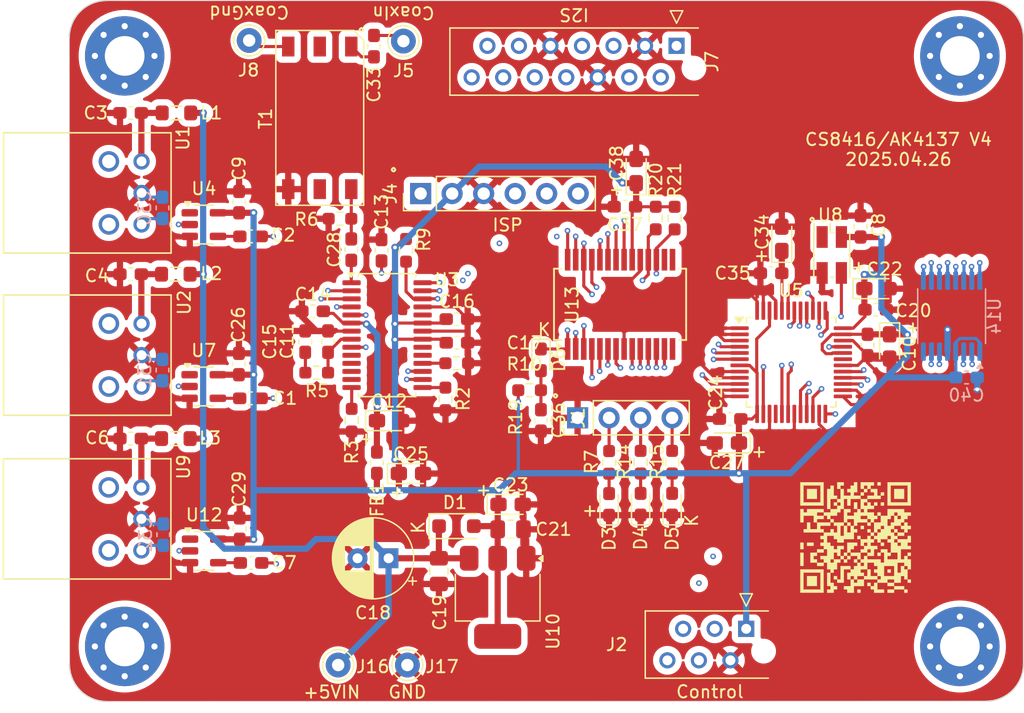
<source format=kicad_pcb>
(kicad_pcb (version 20241229) (generator "pcbnew") (generator_version "9.0")
  (layers (0 "F.Cu" mixed) (4 "In1.Cu" signal) (6 "In2.Cu" signal) (2 "B.Cu" mixed) (13 "F.Paste" user) (15 "B.Paste" user) (5 "F.SilkS" user "F.Silkscreen") (7 "B.SilkS" user "B.Silkscreen") (1 "F.Mask" user) (3 "B.Mask" user) (25 "Edge.Cuts" user))
  (net 0 "")
  (net 1 "Net-(U3-RXP1)")
  (net 2 "GND")
  (net 3 "SCL")
  (net 4 "SDA")
  (net 5 "Net-(U3-RXP0)")
  (net 6 "RESET")
  (net 7 "Net-(U1-VCC)")
  (net 8 "BCKA")
  (net 9 "LRCKA")
  (net 10 "SDOUTA")
  (net 11 "Net-(U5B-DV18)")
  (net 12 "Net-(U2-VCC)")
  (net 13 "Net-(U9-VCC)")
  (net 14 "Net-(U3-RXP2)")
  (net 15 "+5V")
  (net 16 "Net-(U3-FILT)")
  (net 17 "MCLKA")
  (net 18 "Net-(U3-VA)")
  (net 19 "Net-(U3-RXN)")
  (net 20 "Net-(C28-Pad1)")
  (net 21 "Net-(U3-RXP3)")
  (net 22 "Net-(C33-Pad2)")
  (net 23 "Net-(U1-VOUT)")
  (net 24 "Net-(C1-Pad1)")
  (net 25 "Net-(C2-Pad2)")
  (net 26 "Net-(C7-Pad1)")
  (net 27 "Net-(U2-VOUT)")
  (net 28 "Net-(U9-VOUT)")
  (net 29 "Net-(C15-Pad2)")
  (net 30 "Net-(J5-Pin_1)")
  (net 31 "Net-(D6-A)")
  (net 32 "+3.3V")
  (net 33 "Net-(D6-K)")
  (net 34 "Net-(D4-A)")
  (net 35 "Net-(D5-A)")
  (net 36 "RC0{slash}CHA")
  (net 37 "RC1{slash}CHB")
  (net 38 "RC2{slash}SW")
  (net 40 "ICSPDAT")
  (net 41 "ICSPCLK")
  (net 43 "Net-(J8-Pin_1)")
  (net 44 "Net-(U3-AD1{slash}CDIN{slash}~{AUDIO})")
  (net 45 "Net-(U3-AD0{slash}~{CS}{slash}NV{slash}RERR)")
  (net 46 "Net-(U3-SDOUT)")
  (net 47 "Net-(U3-U{slash}AD2{slash}GPO2)")
  (net 48 "Net-(U5A-TDMI{slash}OMCLK{slash}XTI)")
  (net 56 "Net-(U3-OSCLK)")
  (net 57 "Net-(U3-OLRCK)")
  (net 59 "DITHER")
  (net 61 "CM0")
  (net 62 "CM1")
  (net 63 "CM2")
  (net 64 "ODIF1")
  (net 65 "ODIF0")
  (net 66 "CM3")
  (net 69 "OBIT0")
  (net 70 "OBIT1")
  (net 71 "SRCEN")
  (net 72 "Net-(D3-A)")
  (net 75 "Net-(J1-Pin_2)")
  (net 76 "Net-(J1-Pin_3)")
  (net 77 "Net-(J1-Pin_4)")
  (net 81 "/BCLK+")
  (net 82 "/MCLK-")
  (net 83 "/MCLK+")
  (net 84 "/LRCLK+")
  (net 85 "/DATAIN-")
  (net 86 "/BCLK-")
  (net 87 "/DATAIN+")
  (net 88 "/LRCLK-")
  (footprint "Capacitor_SMD:C_0603_1608Metric_Pad1.08x0.95mm_HandSolder" (layer "F.Cu") (at 114.1487 66.1924)
    (property "Reference" "C3")
    (property "Value" "1uF")
  )
  (footprint "Capacitor_SMD:C_0603_1608Metric_Pad1.08x0.95mm_HandSolder" (layer "F.Cu") (at 114.1465 79.1972)
    (property "Reference" "C4")
    (property "Value" "1uF")
  )
  (footprint "kicad-snk:PLR135-T10_PLT133-T10W" (layer "F.Cu") (at 112.395 85.725 90)
    (property "Reference" "U2")
    (property "Value" "PLR237/T10BK")
  )
  (footprint "MountingHole:MountingHole_3.2mm_M3_Pad_Via" (layer "F.Cu") (at 113.665 61.595)
    (property "Reference" "H1" (hide yes))
    (property "Value" "MountingHole")
  )
  (footprint "Capacitor_Tantalum_SMD:CP_EIA-2012-12_Kemet-R_HandSolder" (layer "F.Cu") (at 134.9756 91.012)
    (property "Reference" "C12")
    (property "Value" "10uF")
  )
  (footprint "Oscillator:Oscillator_SMD_EuroQuartz_XO32-4Pin_3.2x2.5mm_HandSoldering" (layer "F.Cu") (at 170.6502 77.6456 -90)
    (property "Reference" "U8")
    (property "Value" "24.576/49.152MHz")
  )
  (footprint "Capacitor_SMD:C_0603_1608Metric_Pad1.08x0.95mm_HandSolder" (layer "F.Cu") (at 172.974 75.3375 90)
    (property "Reference" "C8")
    (property "Value" "1uF")
  )
  (footprint "Capacitor_THT:CP_Radial_D6.3mm_P2.50mm" (layer "F.Cu") (at 134.9327 102.108 180)
    (property "Reference" "C18")
    (property "Value" "220uF/10V")
  )
  (footprint "Capacitor_SMD:C_0805_2012Metric_Pad1.18x1.45mm_HandSolder" (layer "F.Cu") (at 138.9888 103.1447 -90)
    (property "Reference" "C19")
    (property "Value" "10uF")
  )
  (footprint "Connector_Pin:Pin_D1.0mm_L10.0mm" (layer "F.Cu") (at 130.869685 110.7186)
    (property "Reference" "J16")
    (property "Value" "+5VIN")
  )
  (footprint "Capacitor_SMD:C_0805_2012Metric_Pad1.18x1.45mm_HandSolder" (layer "F.Cu") (at 144.7638 99.7712)
    (property "Reference" "C21")
    (property "Value" "1uF")
  )
  (footprint "Capacitor_Tantalum_SMD:CP_EIA-2012-12_Kemet-R_HandSolder" (layer "F.Cu") (at 144.7677 97.7646)
    (property "Reference" "C23")
    (property "Value" "10uF")
  )
  (footprint "Capacitor_SMD:C_0603_1608Metric_Pad1.08x0.95mm_HandSolder" (layer "F.Cu") (at 123.8112 76.1492 180)
    (property "Reference" "C2")
    (property "Value" "10nF")
  )
  (footprint "kicad-snk:PLR135-T10_PLT133-T10W" (layer "F.Cu") (at 112.395 72.644 90)
    (property "Reference" "U1")
    (property "Value" "PLR237/T10BK")
  )
  (footprint "MountingHole:MountingHole_3.2mm_M3_Pad_Via" (layer "F.Cu") (at 180.975 109.22)
    (property "Reference" "H3" (hide yes))
    (property "Value" "MountingHole")
  )
  (footprint "MountingHole:MountingHole_3.2mm_M3_Pad_Via" (layer "F.Cu") (at 180.975 61.595)
    (property "Reference" "H2" (hide yes))
    (property "Value" "MountingHole")
  )
  (footprint "Capacitor_SMD:C_0603_1608Metric_Pad1.08x0.95mm_HandSolder" (layer "F.Cu") (at 128.811493 82.1855 180)
    (property "Reference" "C14")
    (property "Value" "1uF")
  )
  (footprint "Capacitor_SMD:C_0603_1608Metric_Pad1.08x0.95mm_HandSolder" (layer "F.Cu") (at 122.8852 73.3817 90)
    (property "Reference" "C9")
    (property "Value" "1uF")
  )
  (footprint "Capacitor_SMD:C_0603_1608Metric_Pad1.08x0.95mm_HandSolder" (layer "F.Cu") (at 122.8725 86.4423 90)
    (property "Reference" "C26")
    (property "Value" "1uF")
  )
  (footprint "LED_SMD:LED_0603_1608Metric_Pad1.05x0.95mm_HandSolder" (layer "F.Cu") (at 155.2448 97.7506 90)
    (property "Reference" "D4")
    (property "Value" "LED")
  )
  (footprint "LED_SMD:LED_0603_1608Metric_Pad1.05x0.95mm_HandSolder" (layer "F.Cu") (at 157.7848 97.7506 90)
    (property "Reference" "D5")
    (property "Value" "LED")
  )
  (footprint "Resistor_SMD:R_0603_1608Metric_Pad0.98x0.95mm_HandSolder" (layer "F.Cu") (at 155.2448 94.3591 -90)
    (property "Reference" "R14")
    (property "Value" "330R")
  )
  (footprint "Resistor_SMD:R_0603_1608Metric_Pad0.98x0.95mm_HandSolder" (layer "F.Cu") (at 157.7848 94.3591 -90)
    (property "Reference" "R15")
    (property "Value" "330R")
  )
  (footprint "Capacitor_SMD:C_0603_1608Metric_Pad1.08x0.95mm_HandSolder" (layer "F.Cu") (at 133.991993 94.404 -90)
    (property "Reference" "FB1")
    (property "Value" "1 kOhms@100 MHz")
  )
  (footprint "Inductor_SMD:L_0805_2012Metric_Pad1.05x1.20mm_HandSolder" (layer "F.Cu") (at 117.8376 66.1924)
    (property "Reference" "L1")
    (property "Value" "47uH")
  )
  (footprint "Inductor_SMD:L_0805_2012Metric_Pad1.05x1.20mm_HandSolder" (layer "F.Cu") (at 117.7868 79.1972)
    (property "Reference" "L2")
    (property "Value" "47uH")
  )
  (footprint "Package_TO_SOT_SMD:SOT-223-3_TabPin2" (layer "F.Cu") (at 143.7263 105.2572 -90)
    (property "Reference" "U10")
    (property "Value" "TLV1117-33")
  )
  (footprint "Capacitor_SMD:C_0603_1608Metric_Pad1.08x0.95mm_HandSolder" (layer "F.Cu") (at 131.9276 77.216 -90)
    (property "Reference" "C28")
    (property "Value" "10nF")
  )
  (footprint "Connector_Pin:Pin_D1.0mm_L10.0mm" (layer "F.Cu") (at 136.127327 60.4012)
    (property "Reference" "J5")
    (property "Value" "COAXIN")
  )
  (footprint "Connector_Pin:Pin_D1.0mm_L10.0mm" (layer "F.Cu") (at 123.698 60.3504)
    (property "Reference" "J8")
    (property "Value" "COAXGND")
  )
  (footprint "Resistor_SMD:R_0603_1608Metric_Pad0.98x0.95mm_HandSolder" (layer "F.Cu") (at 131.0151 74.7257)
    (property "Reference" "R6")
    (property "Value" "75R")
  )
  (footprint "Capacitor_SMD:C_0603_1608Metric_Pad1.08x0.95mm_HandSolder" (layer "F.Cu") (at 114.1465 92.456)
    (property "Reference" "C6")
    (property "Value" "1uF")
  )
  (footprint "Capacitor_SMD:C_0603_1608Metric_Pad1.08x0.95mm_HandSolder" (layer "F.Cu") (at 122.936 99.715099 90)
    (property "Reference" "C29")
    (property "Value" "1uF")
  )
  (footprint "Inductor_SMD:L_0805_2012Metric_Pad1.05x1.20mm_HandSolder" (layer "F.Cu") (at 117.7868 92.456)
    (property "Reference" "L3")
    (property "Value" "47uH")
  )
  (footprint "kicad-snk:PLR135-T10_PLT133-T10W" (layer "F.Cu") (at 112.3812 98.933 90)
    (property "Reference" "U9")
    (property "Value" "PLR237/T10BK")
  )
  (footprint "Connector_Pin:Pin_D1.0mm_L10.0mm" (layer "F.Cu") (at 136.450352 110.7186)
    (property "Reference" "J17")
    (property "Value" "GND")
  )
  (footprint "MountingHole:MountingHole_3.2mm_M3_Pad_Via" (layer "F.Cu") (at 113.665 109.22)
    (property "Reference" "H4" (hide yes))
    (property "Value" "MountingHole")
  )
  (footprint "kicad-snk:DA100J" (layer "F.Cu") (at 129.3876 66.5892 180)
    (property "Reference" "T1")
    (property "Value" "Murata_DA103")
  )
  (footprint "Capacitor_SMD:C_0603_1608Metric_Pad1.08x0.95mm_HandSolder" (layer "F.Cu") (at 133.7564 60.8065 -90)
    (property "Reference" "C33")
    (property "Value" "100nF")
  )
  (footprint "Capacitor_SMD:C_0603_1608Metric_Pad1.08x0.95mm_HandSolder" (layer "F.Cu") (at 123.7985 89.2098)
    (property "Reference" "C1")
    (property "Value" "10nF")
  )
  (footprint "Capacitor_SMD:C_0603_1608Metric_Pad1.08x0.95mm_HandSolder" (layer "F.Cu") (at 123.8493 102.482599)
    (property "Reference" "C7")
    (property "Value" "10nF")
  )
  (footprint "Capacitor_SMD:C_0603_1608Metric_Pad1.08x0.95mm_HandSolder" (layer "F.Cu") (at 130.054993 84.6355 -90)
    (property "Reference" "C11")
    (property "Value" "1nF/COG")
  )
  (footprint "Capacitor_SMD:C_0603_1608Metric_Pad1.08x0.95mm_HandSolder" (layer "F.Cu") (at 134.366 77.2679 90)
    (property "Reference" "C13")
    (property "Value" "10nF")
  )
  (footprint "Capacitor_SMD:C_0603_1608Metric_Pad1.08x0.95mm_HandSolder" (layer "F.Cu") (at 128.213493 84.6355 -90)
    (property "Reference" "C15")
    (property "Value" "22nF")
  )
  (footprint "Capacitor_SMD:C_0603_1608Metric_Pad1.08x0.95mm_HandSolder" (layer "F.Cu") (at 140.442493 82.8205)
    (property "Reference" "C16")
    (property "Value" "1uF")
  )
  (footprint "Capacitor_SMD:C_0603_1608Metric_Pad1.08x0.95mm_HandSolder" (layer "F.Cu") (at 140.442493 84.7255)
    (property "Reference" "C17")
    (property "Value" "1uF")
  )
  (footprint "Capacitor_Tantalum_SMD:CP_EIA-2012-12_Kemet-R_HandSolder" (layer "F.Cu") (at 136.738 95.2754)
    (property "Reference" "C25")
    (property "Value" "10uF")
  )
  (footprint "Resistor_SMD:R_0603_1608Metric_Pad0.98x0.95mm_HandSolder" (layer "F.Cu") (at 139.516493 89.2575 -90)
    (property "Reference" "R2")
    (property "Value" "47k")
  )
  (footprint "Resistor_SMD:R_0603_1608Metric_Pad0.98x0.95mm_HandSolder" (layer "F.Cu") (at 131.959993 90.972 -90)
    (property "Reference" "R3")
    (property "Value" "47k")
  )
  (footprint "Resistor_SMD:R_0603_1608Metric_Pad0.98x0.95mm_HandSolder" (layer "F.Cu") (at 129.142493 87.1385)
    (property "Reference" "R5")
    (property "Value" "3k")
  )
  (footprint "Resistor_SMD:R_0603_1608Metric_Pad0.98x0.95mm_HandSolder" (layer "F.Cu") (at 136.341493 77.2725 90)
    (property "Reference" "R9")
    (property "Value" "47k")
  )
  (footprint "Resistor_SMD:R_0603_1608Metric_Pad0.98x0.95mm_HandSolder" (layer "F.Cu") (at 140.428993 86.3765 180)
    (property "Reference" "R10")
    (property "Value" "47k")
  )
  (footprint "Package_SO:TSSOP-28_4.4x9.7mm_P0.65mm" (layer "F.Cu") (at 134.812493 84.113)
    (property "Reference" "U3")
    (property "Value" "CS8416-xZZ")
  )
  (footprint "Package_TO_SOT_SMD:SOT-23-5" (layer "F.Cu") (at 120.0482 75.1967)
    (property "Reference" "U4")
    (property "Value" "74LVC1G17")
  )
  (footprint "Package_TO_SOT_SMD:SOT-23-5" (layer "F.Cu") (at 120.0355 88.2548)
    (property "Reference" "U7")
    (property "Value" "74LVC1G17")
  )
  (footprint "Package_TO_SOT_SMD:SOT-23-5" (layer "F.Cu") (at 120.071701 101.5136)
    (property "Reference" "U12")
    (property "Value" "74LVC1G17")
  )
  (footprint "Resistor_SMD:R_0603_1608Metric_Pad0.98x0.95mm_HandSolder" (layer "F.Cu") (at 157.988 74.6741 -90)
    (property "Reference" "R21")
    (property "Value" "1k3")
  )
  (footprint "Resistor_SMD:R_0603_1608Metric_Pad0.98x0.95mm_HandSolder" (layer "F.Cu") (at 152.7048 94.3731 -90)
    (property "Reference" "R7")
    (property "Value" "330R")
  )
  (footprint "Capacitor_SMD:C_0603_1608Metric_Pad1.08x0.95mm_HandSolder" (layer "F.Cu") (at 173.5328 84.9063 90)
    (property "Reference" "C5" (hide yes))
    (property "Value" "1uF")
  )
  (footprint "LOGO" (layer "F.Cu") (at 172.5676 100.4316)
    (property "Reference" "G***" (hide yes))
    (property "Value" "LOGO" (hide yes))
  )
  (footprint "Diode_SMD:D_0603_1608Metric_Pad1.05x0.95mm_HandSolder" (layer "F.Cu") (at 147.211407 86.1035 -90)
    (property "Reference" "D6")
    (property "Value" "TS4148RCG")
  )
  (footprint "Capacitor_SMD:C_0603_1608Metric_Pad1.08x0.95mm_HandSolder" (layer "F.Cu") (at 162.4584 90.8764)
    (property "Reference" "C24")
    (property "Value" "1uF")
  )
  (footprint "Connector_PinHeader_2.54mm:PinHeader_1x06_P2.54mm_Vertical" (layer "F.Cu") (at 137.5156 72.6948 90)
    (property "Reference" "J4")
    (property "Value" "ISP")
  )
  (footprint "LED_SMD:LED_0603_1608Metric_Pad1.05x0.95mm_HandSolder" (layer "F.Cu") (at 152.7048 97.7646 90)
    (property "Reference" "D3")
    (property "Value" "LED")
  )
  (footprint "Package_SO:SSOP-28_5.3x10.2mm_P0.65mm" (layer "F.Cu") (at 153.5898 81.6288 90)
    (property "Reference" "U13")
    (property "Value" "PIC16F18056-I/SS")
  )
  (footprint "Capacitor_Tantalum_SMD:CP_EIA-2012-12_Kemet-R_HandSolder" (layer "F.Cu") (at 154.8892 70.8816 90)
    (property "Reference" "C38")
    (property "Value" "10uF")
  )
  (footprint "Capacitor_SMD:C_0603_1608Metric_Pad1.08x0.95mm_HandSolder" (layer "F.Cu") (at 174.1921 82.0626 180)
    (property "Reference" "C20")
    (property "Value" "1uF")
  )
  (footprint "Capacitor_SMD:C_0603_1608Metric_Pad1.08x0.95mm_HandSolder" (layer "F.Cu") (at 153.9759 73.7578 180)
    (property "Reference" "C37")
    (property "Value" "1uF")
  )
  (footprint "Connector_TE-Connectivity:TE_Micro-MaTch_215079-6_2x03_P1.27mm_Vertical" (layer "F.Cu") (at 163.7538 107.7976 -90)
    (property "Reference" "J2")
    (property "Value" "TE MicroMatch")
  )
  (footprint "Resistor_SMD:R_0603_1608Metric_Pad0.98x0.95mm_HandSolder" (layer "F.Cu") (at 146.298907 88.5533)
    (property "Reference" "R19")
    (property "Value" "4.7k")
  )
  (footprint "Diode_SMD:D_SOD-123F" (layer "F.Cu") (at 140.4019 99.5172)
    (property "Reference" "D1")
    (property "Value" "SM4002PL-TP")
  )
  (footprint "Resistor_SMD:R_0603_1608Metric_Pad0.98x0.95mm_HandSolder" (layer "F.Cu") (at 156.464 74.6703 -90)
    (property "Reference" "R20")
    (property "Value" "1k3")
  )
  (footprint "Connector_TE-Connectivity:TE_Micro-MaTch_1-215079-4_2x07_P1.27mm_Vertical" (layer "F.Cu") (at 158.1404 60.7822 -90)
    (property "Reference" "J7")
    (property "Value" "Conn_01x15")
  )
  (footprint "Capacitor_Tantalum_SMD:CP_EIA-2012-12_Kemet-R_HandSolder" (layer "F.Cu") (at 174.2538 80.3656)
    (property "Reference" "C22")
    (property "Value" "10uF")
  )
  (footprint "Connector_PinHeader_2.54mm:PinHeader_1x04_P2.54mm_Vertical" (layer "F.Cu") (at 150.1648 90.7796 90)
    (property "Reference" "J1")
    (property "Value" "Debug1")
  )
  (footprint "Capacitor_SMD:C_0603_1608Metric_Pad1.08x0.95mm_HandSolder" (layer "F.Cu") (at 147.211407 90.9906 -90)
    (property "Reference" "C36")
    (property "Value" "10nF")
  )
  (footprint "Capacitor_Tantalum_SMD:CP_EIA-2012-12_Kemet-R_HandSolder" (layer "F.Cu") (at 162.1946 92.8068 180)
    (property "Reference" "C27")
    (property "Value" "10uF")
  )
  (footprint "Capacitor_Tantalum_SMD:CP_EIA-2012-12_Kemet-R_HandSolder" (layer "F.Cu") (at 175.3108 85.0236 -90)
    (property "Reference" "C10")
    (property "Value" "10uF")
  )
  (footprint "Capacitor_SMD:C_0603_1608Metric_Pad1.08x0.95mm_HandSolder" (layer "F.Cu") (at 165.7604 79.121)
    (property "Reference" "C35")
    (property "Value" "1uF")
  )
  (footprint "Package_QFP:LQFP-48_7x7mm_P0.5mm" (layer "F.Cu") (at 167.3829 86.3018)
    (property "Reference" "U5")
    (property "Value" "AK4137")
  )
  (footprint "Capacitor_Tantalum_SMD:CP_EIA-2012-12_Kemet-R_HandSolder" (layer "F.Cu") (at 166.6229 76.3426 90)
    (property "Reference" "C34")
    (property "Value" "10uF")
  )
  (footprint "Capacitor_SMD:C_0603_1608Metric_Pad1.08x0.95mm_HandSolder" (layer "B.Cu") (at 116.713 73.8505 -90)
    (property "Reference" "C30")
    (property "Value" "30pF")
  )
  (footprint "Capacitor_SMD:C_0603_1608Metric_Pad1.08x0.95mm_HandSolder" (layer "B.Cu") (at 116.713 86.9315 -90)
    (property "Reference" "C31")
    (property "Value" "30pF")
  )
  (footprint "Capacitor_SMD:C_0603_1608Metric_Pad1.08x0.95mm_HandSolder" (layer "B.Cu") (at 116.7765 100.203 -90)
    (property "Reference" "C32")
    (property "Value" "30pF")
  )
  (footprint "Capacitor_SMD:C_0603_1608Metric_Pad1.08x0.95mm_HandSolder" (layer "B.Cu") (at 181.5095 87.5284)
    (property "Reference" "C40")
    (property "Value" "1uF")
  )
  (footprint "Package_SO:TSSOP-16_4.4x5mm_P0.65mm" (layer "B.Cu") (at 180.3094 82.5831 90)
    (property "Reference" "U14")
    (property "Value" "FIN1047")
  )
  (gr_line (start 109.22 110.65467) (end 109.204926 60.134926) (stroke (width 0.05)) (layer "Edge.Cuts"))
  (gr_line (start 112.204926 57.134926) (end 183.09548 57.13492) (stroke (width 0.05)) (layer "Edge.Cuts"))
  (gr_arc (start 109.204926 60.134926) (mid 110.0836 58.0136) (end 112.204926 57.134926) (stroke (width 0.1)) (layer "Edge.Cuts"))
  (gr_arc (start 183.09548 57.13492) (mid 185.216806 58.013594) (end 186.09548 60.13492) (stroke (width 0.1)) (layer "Edge.Cuts"))
  (gr_line (start 186.09548 60.13492) (end 186.09547 110.629274) (stroke (width 0.05)) (layer "Edge.Cuts"))
  (gr_arc (start 186.09547 110.629274) (mid 185.216796 112.7506) (end 183.09547 113.629274) (stroke (width 0.1)) (layer "Edge.Cuts"))
  (gr_arc (start 112.22 113.65467) (mid 110.098674 112.775996) (end 109.22 110.65467) (stroke (width 0.1)) (layer "Edge.Cuts"))
  (gr_line (start 183.09547 113.629274) (end 112.22 113.65467) (stroke (width 0.05)) (layer "Edge.Cuts"))
  (gr_text "Control" (at 160.8328 112.8776 0) (layer "F.SilkS") (effects (font (size 1 1))))
  (gr_text "CoaxGnd" (at 123.698 58.0644 180) (layer "F.SilkS") (effects (font (size 1 1))))
  (gr_text "°" (at 148.3868 89.408 0) (layer "F.SilkS") (effects (font (size 1 1))))
  (gr_text "+" (at 151.1554 98.2218 0) (layer "F.SilkS") (effects (font (size 1 1))))
  (gr_text "GND" (at 136.4488 112.903 0) (layer "F.SilkS") (effects (font (size 1 1))))
  (gr_text "+" (at 153.3144 72.3392 0) (layer "F.SilkS") (effects (font (size 1 1))))
  (gr_text "+" (at 164.7952 93.472 0) (layer "F.SilkS") (effects (font (size 1 1))))
  (gr_text "+5VIN" (at 130.3528 112.903 0) (layer "F.SilkS") (effects (font (size 1 1))))
  (gr_text "CS8416/AK4137 V4\n2025.04.26" (at 176.022 69.1388 0) (layer "F.SilkS") (effects (font (size 1 1))))
  (gr_text "I2S" (at 149.8854 58.2676 180) (layer "F.SilkS") (effects (font (size 1 1))))
  (gr_text "+" (at 177.1904 83.4644 0) (layer "F.SilkS") (effects (font (size 1 1))))
  (gr_text "+" (at 135.636 96.7232 0) (layer "F.SilkS") (effects (font (size 1 1))))
  (gr_text "°" (at 132.7404 59.8932 0) (layer "F.SilkS") (effects (font (size 1 1))))
  (gr_text "K" (at 137.3124 99.6188 90) (layer "F.SilkS") (effects (font (size 1 1))))
  (gr_text "+" (at 172.8216 78.5876 0) (layer "F.SilkS") (effects (font (size 1 1))))
  (gr_text "K" (at 147.4724 83.6676 0) (layer "F.SilkS") (effects (font (size 1 1))))
  (gr_text "+" (at 133.1214 92.4306 0) (layer "F.SilkS") (effects (font (size 1 1))))
  (gr_text "+" (at 164.9984 77.6732 0) (layer "F.SilkS") (effects (font (size 1 1))))
  (gr_text "+" (at 142.5956 96.5708 0) (layer "F.SilkS") (effects (font (size 1 1))))
  (gr_text "ISP" (at 144.526 75.2348 0) (layer "F.SilkS") (effects (font (size 1 1))))
  (gr_text "°" (at 135.3312 71.1708 0) (layer "F.SilkS") (effects (font (size 1 1))))
  (gr_text "K" (at 159.3596 99.06 90) (layer "F.SilkS") (effects (font (size 1 1))))
  (gr_text "CoaxIn" (at 136.127327 58.1152 180) (layer "F.SilkS") (effects (font (size 1 1))))
  (gr_text "°" (at 169.0624 75.184 0) (layer "F.SilkS") (effects (font (size 1 1))))
  (segment (start 131.949993 81.188) (end 129.5081 81.188) (width 0.25) (layer "F.Cu") (net 1))
  (segment (start 125.6234 89.2098) (end 125.6284 89.2048) (width 0.25) (layer "F.Cu") (net 1))
  (segment (start 129.5081 81.188) (end 129.4985 81.1784) (width 0.25) (layer "F.Cu") (net 1))
  (segment (start 124.661 89.2098) (end 125.6234 89.2098) (width 0.25) (layer "F.Cu") (net 1))
  (via (at 125.6284 89.2048) (size 0.45) (drill 0.225) (layers "F.Cu" "B.Cu") (net 1))
  (via (at 129.4985 81.1784) (size 0.45) (drill 0.225) (layers "F.Cu" "B.Cu") (net 1))
  (segment (start 141.304993 83.826) (end 141.304993 84.7255) (width 0.25) (layer "F.Cu") (net 2))
  (segment (start 171.5454 84.5518) (end 172.348586 84.5518) (width 0.25) (layer "F.Cu") (net 2))
  (segment (start 167.1329 82.1393) (end 167.1329 80.7965) (width 0.25) (layer "F.Cu") (net 2))
  (segment (start 163.2204 83.5518) (end 161.4076 83.5518) (width 0.25) (layer "F.Cu") (net 2))
  (segment (start 128.213493 83.773) (end 130.054993 83.773) (width 0.5) (layer "F.Cu") (net 2))
  (segment (start 163.2204 84.5518) (end 161.9932 84.5518) (width 0.25) (layer "F.Cu") (net 2))
  (segment (start 155.2148 78.0288) (end 155.2148 78.93842) (width 0.25) (layer "F.Cu") (net 2))
  (segment (start 159.680218 86.0044) (end 159.6136 86.0044) (width 0.25) (layer "F.Cu") (net 2))
  (segment (start 159.748509 86.072691) (end 159.680218 86.0044) (width 0.25) (layer "F.Cu") (net 2))
  (segment (start 172.2064 89.7128) (end 173.482 89.7128) (width 0.25) (layer "F.Cu") (net 2))
  (segment (start 177.4492 82.0626) (end 177.4698 82.042) (width 0.5) (layer "F.Cu") (net 2))
  (segment (start 141.304993 82.8205) (end 141.304993 83.826) (width 0.25) (layer "F.Cu") (net 2))
  (segment (start 137.674993 81.838) (end 140.322493 81.838) (width 0.25) (layer "F.Cu") (net 2))
  (segment (start 165.235864 80.437) (end 165.1 80.437) (width 0.25) (layer "F.Cu") (net 2))
  (segment (start 171.5454 89.0518) (end 172.2064 89.7128) (width 0.25) (layer "F.Cu") (net 2))
  (segment (start 165.1 80.437) (end 165.1329 80.4699) (width 0.25) (layer "F.Cu") (net 2))
  (segment (start 173.5328 86.3346) (end 175.0568 87.8586) (width 0.25) (layer "F.Cu") (net 2))
  (segment (start 130.069993 83.788) (end 130.054993 83.773) (width 0.25) (layer "F.Cu") (net 2))
  (segment (start 163.2204 88.5518) (end 161.2826 88.5518) (width 0.25) (layer "F.Cu") (net 2))
  (segment (start 175.0546 82.0626) (end 177.4492 82.0626) (width 0.5) (layer "F.Cu") (net 2))
  (segment (start 167.6329 93.2109) (end 168.402 93.98) (width 0.25) (layer "F.Cu") (net 2))
  (segment (start 141.266993 83.788) (end 141.304993 83.826) (width 0.25) (layer "F.Cu") (net 2))
  (segment (start 161.227618 87.5518) (end 159.748509 86.072691) (width 0.25) (layer "F.Cu") (net 2))
  (segment (start 137.674993 83.788) (end 141.266993 83.788) (width 0.25) (layer "F.Cu") (net 2))
  (segment (start 163.2204 87.5518) (end 161.227618 87.5518) (width 0.25) (layer "F.Cu") (net 2))
  (segment (start 171.5454 88.5518) (end 172.6258 88.5518) (width 0.25) (layer "F.Cu") (net 2))
  (segment (start 163.2204 87.0518) (end 160.727618 87.0518) (width 0.25) (layer "F.Cu") (net 2))
  (segment (start 175.3108 85.9986) (end 173.7626 85.9986) (width 0.5) (layer "F.Cu") (net 2))
  (segment (start 160.7826 89.0518) (end 163.2204 89.0518) (width 0.25) (layer "F.Cu") (net 2))
  (segment (start 131.949993 83.788) (end 130.069993 83.788) (width 0.25) (layer "F.Cu") (net 2))
  (segment (start 165.6329 90.4643) (end 165.6329 94.0049) (width 0.25) (layer "F.Cu") (net 2))
  (segment (start 161.3488 84.0518) (end 161.3408 84.0438) (width 0.25) (layer "F.Cu") (net 2))
  (segment (start 160.727618 87.0518) (end 159.748509 86.072691) (width 0.25) (layer "F.Cu") (net 2))
  (segment (start 173.7626 85.9986) (end 173.5328 85.7688) (width 0.5) (layer "F.Cu") (net 2))
  (segment (start 163.2204 84.0518) (end 161.4932 84.0518) (width 0.25) (layer "F.Cu") (net 2))
  (segment (start 161.4932 84.0518) (end 161.3488 84.0518) (width 0.25) (layer "F.Cu") (net 2))
  (segment (start 167.1329 80.7965) (end 168.7068 79.2226) (width 0.25) (layer "F.Cu") (net 2))
  (segment (start 172.348586 84.5518) (end 173.5328 85.736014) (width 0.25) (layer "F.Cu") (net 2))
  (segment (start 153.9148 83.506) (end 153.0096 82.6008) (width 0.25) (layer "F.Cu") (net 2))
  (segment (start 171.5454 86.5518) (end 172.7498 86.5518) (width 0.25) (layer "F.Cu") (net 2))
  (segment (start 127.948993 82.6195) (end 129.102493 83.773) (width 0.5) (layer "F.Cu") (net 2))
  (segment (start 166.1329 82.1393) (end 166.1329 81.334036) (width 0.25) (layer "F.Cu") (net 2))
  (segment (start 173.5328 85.7688) (end 173.5328 86.3346) (width 0.25) (layer "F.Cu") (net 2))
  (segment (start 153.9148 85.2288) (end 153.9148 83.506) (width 0.25) (layer "F.Cu") (net 2))
  (segment (start 155.2148 78.93842) (end 153.53362 80.6196) (width 0.25) (layer "F.Cu") (net 2))
  (segment (start 167.6329 90.4643) (end 167.6329 93.2109) (width 0.25) (layer "F.Cu") (net 2))
  (segment (start 164.6329 81.3717) (end 163.4998 80.2386) (width 0.25) (layer "F.Cu") (net 2))
  (segment (start 165.1329 80.4699) (end 165.1329 82.1393) (width 0.25) (layer "F.Cu") (net 2))
  (segment (start 169.6329 91.2993) (end 170.5864 92.2528) (width 0.25) (layer "F.Cu") (net 2))
  (segment (start 127.948993 82.1855) (end 127.948993 82.6195) (width 0.5) (layer "F.Cu") (net 2))
  (segment (start 161.9932 84.5518) (end 161.4932 84.0518) (width 0.25) (layer "F.Cu") (net 2))
  (segment (start 172.6258 88.5518) (end 173.99 89.916) (width 0.25) (layer "F.Cu") (net 2))
  (segment (start 170.5864 92.2528) (end 170.8404 92.2528) (width 0.25) (layer "F.Cu") (net 2))
  (segment (start 172.7498 86.5518) (end 173.5328 85.7688) (width 0.25) (layer "F.Cu") (net 2))
  (segment (start 161.2826 88.5518) (end 160.7826 89.0518) (width 0.25) (layer "F.Cu") (net 2))
  (segment (start 166.1329 81.334036) (end 165.235864 80.437) (width 0.25) (layer "F.Cu") (net 2))
  (segment (start 173.5328 85.736014) (end 173.5328 85.7688) (width 0.25) (layer "F.Cu") (net 2))
  (segment (start 140.322493 81.838) (end 141.304993 82.8205) (width 0.25) (layer "F.Cu") (net 2))
  (segment (start 165.6329 94.0049) (end 165.9128 94.2848) (width 0.25) (layer "F.Cu") (net 2))
  (segment (start 164.6329 82.1393) (end 164.6329 81.3717) (width 0.25) (layer "F.Cu") (net 2))
  (segment (start 161.4076 83.5518) (end 161.3408 83.485) (width 0.25) (layer "F.Cu") (net 2))
  (segment (start 169.6329 90.4643) (end 169.6329 91.2993) (width 0.25) (layer "F.Cu") (net 2))
  (segment (start 153.53362 80.6196) (end 153.2128 80.6196) (width 0.25) (layer "F.Cu") (net 2))
  (via (at 182.372 88.4936) (size 0.6) (drill 0.3) (layers "F.Cu" "B.Cu") (net 2))
  (via (at 179.9844 83.6676) (size 0.6) (drill 0.3) (layers "F.Cu" "B.Cu") (net 2))
  (segment (start 182.372 87.5284) (end 182.372 88.4936) (width 0.5) (layer "B.Cu") (net 2))
  (segment (start 116.713 86.069) (end 115.369 86.069) (width 0.25) (layer "B.Cu") (net 2))
  (segment (start 116.713 72.988) (end 115.369 72.988) (width 0.25) (layer "B.Cu") (net 2))
  (segment (start 115.369 72.988) (end 115.025 72.644) (width 0.25) (layer "B.Cu") (net 2))
  (segment (start 115.4187 99.3405) (end 115.0112 98.933) (width 0.25) (layer "B.Cu") (net 2))
  (segment (start 116.7765 99.3405) (end 115.4187 99.3405) (width 0.25) (layer "B.Cu") (net 2))
  (segment (start 179.9844 85.4456) (end 179.9844 83.6676) (width 0.5) (layer "B.Cu") (net 2))
  (segment (start 115.369 86.069) (end 115.025 85.725) (width 0.25) (layer "B.Cu") (net 2))
  (segment (start 156.5148 78.0288) (end 156.5148 77.11918) (width 0.25) (layer "F.Cu") (net 3))
  (segment (start 136.398 87.6808) (end 137.667793 87.6808) (width 0.25) (layer "F.Cu") (net 3))
  (segment (start 157.988 75.64598) (end 157.988 75.5866) (width 0.25) (layer "F.Cu") (net 3))
  (segment (start 156.5148 78.0288) (end 156.5148 79.1464) (width 0.25) (layer "F.Cu") (net 3))
  (segment (start 137.667793 87.6808) (end 137.674993 87.688) (width 0.25) (layer "F.Cu") (net 3))
  (segment (start 167.1329 87.2315) (end 167.386 86.9784) (width 0.25) (layer "F.Cu") (net 3))
  (segment (start 167.386 86.9784) (end 167.386 86.4616) (width 0.25) (layer "F.Cu") (net 3))
  (segment (start 156.5148 77.11918) (end 157.988 75.64598) (width 0.25) (layer "F.Cu") (net 3))
  (segment (start 167.1329 90.4643) (end 167.1329 87.2315) (width 0.25) (layer "F.Cu") (net 3))
  (via (at 141.3256 79.1459) (size 0.45) (drill 0.225) (layers "F.Cu" "B.Cu") (net 3))
  (via (at 167.386 86.4616) (size 0.45) (drill 0.225) (layers "F.Cu" "B.Cu") (net 3))
  (via (at 136.398 87.6808) (size 0.45) (drill 0.225) (layers "F.Cu" "B.Cu") (net 3))
  (via (at 156.5148 79.1464) (size 0.45) (drill 0.225) (layers "F.Cu" "B.Cu") (net 3))
  (segment (start 156.464 75.5828) (end 155.8648 76.182) (width 0.25) (layer "F.Cu") (net 4))
  (segment (start 136.4996 87.0204) (end 137.657393 87.0204) (width 0.25) (layer "F.Cu") (net 4))
  (segment (start 155.8648 78.0288) (end 155.8648 79.2283) (width 0.25) (layer "F.Cu") (net 4))
  (segment (start 155.8648 76.182) (end 155.8648 78.0288) (width 0.25) (layer "F.Cu") (net 4))
  (segment (start 166.6329 86.5721) (end 166.6329 90.4643) (width 0.25) (layer "F.Cu") (net 4))
  (segment (start 155.8648 79.2283) (end 155.3972 79.6959) (width 0.25) (layer "F.Cu") (net 4))
  (segment (start 137.657393 87.0204) (end 137.674993 87.038) (width 0.25) (layer "F.Cu") (net 4))
  (segment (start 166.624 86.5632) (end 166.6329 86.5721) (width 0.25) (layer "F.Cu") (net 4))
  (via (at 155.3972 79.6959) (size 0.45) (drill 0.225) (layers "F.Cu" "B.Cu") (net 4))
  (via (at 166.624 86.5632) (size 0.45) (drill 0.225) (layers "F.Cu" "B.Cu") (net 4))
  (via (at 140.9192 79.6964) (size 0.45) (drill 0.225) (layers "F.Cu" "B.Cu") (net 4))
  (via (at 136.4996 87.0204) (size 0.45) (drill 0.225) (layers "F.Cu" "B.Cu") (net 4))
  (segment (start 130.76 81.838) (end 130.7592 81.8388) (width 0.25) (layer "F.Cu") (net 5))
  (segment (start 131.949993 81.838) (end 130.76 81.838) (width 0.25) (layer "F.Cu") (net 5))
  (segment (start 124.6737 76.1492) (end 125.6284 76.1492) (width 0.25) (layer "F.Cu") (net 5))
  (via (at 130.7592 81.8388) (size 0.45) (drill 0.225) (layers "F.Cu" "B.Cu") (net 5))
  (via (at 125.6284 76.1492) (size 0.45) (drill 0.225) (layers "F.Cu" "B.Cu") (net 5))
  (segment (start 150.6648 78.0288) (end 150.6648 80.1544) (width 0.25) (layer "F.Cu") (net 6))
  (segment (start 165.1329 86.6827) (end 165.1329 90.4643) (width 0.25) (layer "F.Cu") (net 6))
  (segment (start 165.1508 86.6648) (end 165.1329 86.6827) (width 0.25) (layer "F.Cu") (net 6))
  (segment (start 150.6648 78.0288) (end 150.6648 76.716) (width 0.25) (layer "F.Cu") (net 6))
  (segment (start 150.6648 76.716) (end 150.6728 76.708) (width 0.25) (layer "F.Cu") (net 6))
  (segment (start 150.6648 80.1544) (end 151.3332 80.8228) (width 0.25) (layer "F.Cu") (net 6))
  (segment (start 133.094 85.088) (end 133.096 85.09) (width 0.25) (layer "F.Cu") (net 6))
  (segment (start 131.949993 85.088) (end 133.094 85.088) (width 0.25) (layer "F.Cu") (net 6))
  (via (at 165.1508 86.6648) (size 0.45) (drill 0.225) (layers "F.Cu" "B.Cu") (net 6))
  (via (at 150.6728 76.708) (size 0.45) (drill 0.225) (layers "F.Cu" "B.Cu") (net 6))
  (via (at 143.8656 76.708) (size 0.45) (drill 0.225) (layers "F.Cu" "B.Cu") (net 6))
  (via (at 133.096 85.09) (size 0.45) (drill 0.225) (layers "F.Cu" "B.Cu") (net 6))
  (via (at 151.3332 80.8228) (size 0.45) (drill 0.225) (layers "F.Cu" "B.Cu") (net 6))
  (segment (start 115.0112 70.0902) (end 115.025 70.104) (width 0.5) (layer "F.Cu") (net 7))
  (segment (start 115.0112 66.1924) (end 116.6876 66.1924) (width 0.5) (layer "F.Cu") (net 7))
  (segment (start 115.0112 66.1924) (end 115.0112 70.0902) (width 0.5) (layer "F.Cu") (net 7))
  (segment (start 173.353 87.5518) (end 173.5328 87.7316) (width 0.25) (layer "F.Cu") (net 8))
  (segment (start 171.5454 87.5518) (end 173.353 87.5518) (width 0.25) (layer "F.Cu") (net 8))
  (via (at 181.2544 86.4616) (size 0.45) (drill 0.225) (layers "F.Cu" "B.Cu") (net 8))
  (via (at 173.5328 87.7316) (size 0.45) (drill 0.225) (layers "F.Cu" "B.Cu") (net 8))
  (segment (start 181.2544 85.4756) (end 181.2844 85.4456) (width 0.25) (layer "B.Cu") (net 8))
  (segment (start 181.2544 86.4616) (end 181.2544 85.4756) (width 0.25) (layer "B.Cu") (net 8))
  (segment (start 171.5454 87.0518) (end 173.095 87.0518) (width 0.25) (layer "F.Cu") (net 9))
  (segment (start 173.095 87.0518) (end 173.228 86.9188) (width 0.25) (layer "F.Cu") (net 9))
  (via (at 178.6636 86.4616) (size 0.45) (drill 0.225) (layers "F.Cu" "B.Cu") (net 9))
  (via (at 173.228 86.9188) (size 0.45) (drill 0.225) (layers "F.Cu" "B.Cu") (net 9))
  (segment (start 178.6636 86.4616) (end 178.6636 85.4664) (width 0.25) (layer "B.Cu") (net 9))
  (segment (start 178.6636 85.4664) (end 178.6844 85.4456) (width 0.25) (layer "B.Cu") (net 9))
  (segment (start 172.922732 88.0518) (end 173.016838 88.145906) (width 0.25) (layer "F.Cu") (net 10))
  (segment (start 171.5454 88.0518) (end 172.922732 88.0518) (width 0.25) (layer "F.Cu") (net 10))
  (via (at 173.016838 88.145906) (size 0.45) (drill 0.225) (layers "F.Cu" "B.Cu") (net 10))
  (via (at 179.324 86.4616) (size 0.45) (drill 0.225) (layers "F.Cu" "B.Cu") (net 10))
  (segment (start 179.324 85.456) (end 179.3344 85.4456) (width 0.25) (layer "B.Cu") (net 10))
  (segment (start 179.324 86.4616) (end 179.324 85.456) (width 0.25) (layer "B.Cu") (net 10))
  (segment (start 166.6329 82.1393) (end 166.6329 79.131) (width 0.25) (layer "F.Cu") (net 11))
  (segment (start 166.6329 79.131) (end 166.6229 79.121) (width 0.25) (layer "F.Cu") (net 11))
  (segment (start 166.6229 77.3176) (end 166.6229 79.121) (width 0.5) (layer "F.Cu") (net 11))
  (segment (start 116.6368 79.1972) (end 115.009 79.1972) (width 0.5) (layer "F.Cu") (net 12))
  (segment (start 115.009 83.169) (end 115.025 83.185) (width 0.5) (layer "F.Cu") (net 12))
  (segment (start 115.009 79.1972) (end 115.009 83.169) (width 0.5) (layer "F.Cu") (net 12))
  (segment (start 115.009 96.3908) (end 115.0112 96.393) (width 0.5) (layer "F.Cu") (net 13))
  (segment (start 115.009 92.456) (end 115.009 96.3908) (width 0.5) (layer "F.Cu") (net 13))
  (segment (start 116.6368 92.456) (end 115.009 92.456) (width 0.5) (layer "F.Cu") (net 13))
  (segment (start 130.068 80.538) (end 130.048 80.518) (width 0.25) (layer "F.Cu") (net 14))
  (segment (start 124.7118 102.482599) (end 125.806499 102.482599) (width 0.25) (layer "F.Cu") (net 14))
  (segment (start 125.806499 102.482599) (end 125.8824 102.5585) (width 0.25) (layer "F.Cu") (net 14))
  (segment (start 131.949993 80.538) (end 130.068 80.538) (width 0.25) (layer "F.Cu") (net 14))
  (via (at 125.8824 102.5585) (size 0.45) (drill 0.225) (layers "F.Cu" "B.Cu") (net 14))
  (via (at 130.048 80.518) (size 0.45) (drill 0.225) (layers "F.Cu" "B.Cu") (net 14))
  (segment (start 138.988 102.108) (end 138.9888 102.1072) (width 0.5) (layer "F.Cu") (net 15))
  (segment (start 134.9327 102.108) (end 138.988 102.108) (width 0.5) (layer "F.Cu") (net 15))
  (segment (start 138.9888 99.5303) (end 139.0019 99.5172) (width 0.5) (layer "F.Cu") (net 15))
  (segment (start 118.9368 79.1972) (end 119.9896 79.1972) (width 0.5) (layer "F.Cu") (net 15))
  (segment (start 138.9888 102.1072) (end 138.9888 99.5303) (width 0.5) (layer "F.Cu") (net 15))
  (segment (start 118.9368 92.456) (end 119.9896 92.456) (width 0.5) (layer "F.Cu") (net 15))
  (segment (start 138.9888 102.1072) (end 141.4263 102.1072) (width 0.5) (layer "F.Cu") (net 15))
  (segment (start 118.9368 66.1924) (end 119.9896 66.1924) (width 0.5) (layer "F.Cu") (net 15))
  (via (at 119.9896 92.456) (size 0.6) (drill 0.3) (layers "F.Cu" "B.Cu") (net 15))
  (via (at 119.9896 66.1924) (size 0.6) (drill 0.3) (layers "F.Cu" "B.Cu") (net 15))
  (via (at 119.9896 79.1972) (size 0.6) (drill 0.3) (layers "F.Cu" "B.Cu") (net 15))
  (segment (start 119.9896 92.456) (end 119.9896 99.6188) (width 0.5) (layer "B.Cu") (net 15))
  (segment (start 134.9327 102.108) (end 134.9327 106.655585) (width 0.5) (layer "B.Cu") (net 15))
  (segment (start 134.9327 106.655585) (end 130.869685 110.7186) (width 0.5) (layer "B.Cu") (net 15))
  (segment (start 133.3833 100.5586) (end 129.08215 100.5586) (width 0.5) (layer "B.Cu") (net 15))
  (segment (start 119.9896 92.456) (end 119.9896 79.1972) (width 0.5) (layer "B.Cu") (net 15))
  (segment (start 134.9327 102.108) (end 133.3833 100.5586) (width 0.5) (layer "B.Cu") (net 15))
  (segment (start 119.9896 66.1924) (end 119.9896 79.1972) (width 0.5) (layer "B.Cu") (net 15))
  (segment (start 121.7048 101.334) (end 119.9896 99.6188) (width 0.5) (layer "B.Cu") (net 15))
  (segment (start 129.08215 100.5586) (end 128.306749 101.334) (width 0.5) (layer "B.Cu") (net 15))
  (segment (start 128.306749 101.334) (end 121.7048 101.334) (width 0.5) (layer "B.Cu") (net 15))
  (segment (start 131.114993 84.438) (end 130.054993 85.498) (width 0.25) (layer "F.Cu") (net 16))
  (segment (start 130.054993 87.1385) (end 130.054993 85.498) (width 0.25) (layer "F.Cu") (net 16))
  (segment (start 131.949993 84.438) (end 131.114993 84.438) (width 0.25) (layer "F.Cu") (net 16))
  (segment (start 170.9315 90.4643) (end 170.942 90.4748) (width 0.25) (layer "F.Cu") (net 17))
  (segment (start 170.1329 90.4643) (end 170.9315 90.4643) (width 0.25) (layer "F.Cu") (net 17))
  (via (at 181.9656 86.4616) (size 0.45) (drill 0.225) (layers "F.Cu" "B.Cu") (net 17))
  (via (at 170.942 90.4748) (size 0.45) (drill 0.225) (layers "F.Cu" "B.Cu") (net 17))
  (segment (start 181.9656 86.4616) (end 181.9656 85.4768) (width 0.25) (layer "B.Cu") (net 17))
  (segment (start 181.9656 85.4768) (end 181.9344 85.4456) (width 0.25) (layer "B.Cu") (net 17))
  (segment (start 130.477936 82.354501) (end 129.842994 82.354501) (width 0.25) (layer "F.Cu") (net 18))
  (segment (start 134.0006 91.012) (end 134.0006 89.9258) (width 0.5) (layer "F.Cu") (net 18))
  (segment (start 131.949993 83.138) (end 131.261435 83.138) (width 0.25) (layer "F.Cu") (net 18))
  (segment (start 131.261435 83.138) (end 130.477936 82.354501) (width 0.25) (layer "F.Cu") (net 18))
  (segment (start 133.991993 93.5415) (end 133.991993 91.020607) (width 0.5) (layer "F.Cu") (net 18))
  (segment (start 129.842994 82.354501) (end 129.673993 82.1855) (width 0.25) (layer "F.Cu") (net 18))
  (segment (start 134.0006 89.9258) (end 134.0358 89.8906) (width 0.5) (layer "F.Cu") (net 18))
  (segment (start 131.949993 83.138) (end 133.067538 83.138) (width 0.25) (layer "F.Cu") (net 18))
  (segment (start 133.067538 83.138) (end 133.151605 83.222067) (width 0.25) (layer "F.Cu") (net 18))
  (segment (start 133.991993 91.020607) (end 134.0006 91.012) (width 0.5) (layer "F.Cu") (net 18))
  (via (at 133.151605 83.222067) (size 0.6) (drill 0.3) (layers "F.Cu" "B.Cu") (net 18))
  (via (at 134.0358 89.8906) (size 0.6) (drill 0.3) (layers "F.Cu" "B.Cu") (net 18))
  (segment (start 134.0358 84.106262) (end 133.151605 83.222067) (width 0.5) (layer "B.Cu") (net 18))
  (segment (start 134.0358 89.8906) (end 134.0358 84.106262) (width 0.5) (layer "B.Cu") (net 18))
  (segment (start 134.366 79.0956) (end 134.366 78.1304) (width 0.25) (layer "F.Cu") (net 19))
  (segment (start 133.0848 82.488) (end 133.096 82.4992) (width 0.25) (layer "F.Cu") (net 19))
  (segment (start 131.949993 82.488) (end 133.0848 82.488) (width 0.25) (layer "F.Cu") (net 19))
  (via (at 134.366 79.0956) (size 0.45) (drill 0.225) (layers "F.Cu" "B.Cu") (net 19))
  (via (at 133.096 82.4992) (size 0.45) (drill 0.225) (layers "F.Cu" "B.Cu") (net 19))
  (segment (start 131.9276 74.7257) (end 131.9276 72.3392) (width 0.25) (layer "F.Cu") (net 20))
  (segment (start 131.9276 74.7257) (end 131.9276 76.3535) (width 0.25) (layer "F.Cu") (net 20))
  (segment (start 131.9276 79.865607) (end 131.949993 79.888) (width 0.25) (layer "F.Cu") (net 21))
  (segment (start 131.9276 78.0785) (end 131.9276 79.865607) (width 0.25) (layer "F.Cu") (net 21))
  (segment (start 133.7564 61.669) (end 132.7574 61.669) (width 0.25) (layer "F.Cu") (net 22))
  (segment (start 132.7574 61.669) (end 131.9276 60.8392) (width 0.25) (layer "F.Cu") (net 22))
  (segment (start 118.9107 75.1967) (end 118.0211 75.1967) (width 0.25) (layer "F.Cu") (net 23))
  (segment (start 118.0211 75.1967) (end 118.0084 75.184) (width 0.25) (layer "F.Cu") (net 23))
  (via (at 118.0084 75.184) (size 0.45) (drill 0.225) (layers "F.Cu" "B.Cu") (net 23))
  (segment (start 116.713 74.713) (end 115.496 74.713) (width 0.25) (layer "B.Cu") (net 23))
  (segment (start 115.496 74.713) (end 115.025 75.184) (width 0.25) (layer "B.Cu") (net 23))
  (segment (start 121.173 89.2048) (end 122.931 89.2048) (width 0.25) (layer "F.Cu") (net 24))
  (segment (start 122.9462 76.1467) (end 122.9487 76.1492) (width 0.25) (layer "F.Cu") (net 25))
  (segment (start 121.1857 76.1467) (end 122.9462 76.1467) (width 0.25) (layer "F.Cu") (net 25))
  (segment (start 121.209201 102.4636) (end 122.967801 102.4636) (width 0.25) (layer "F.Cu") (net 26))
  (segment (start 118.0236 88.2548) (end 118.0084 88.2396) (width 0.25) (layer "F.Cu") (net 27))
  (segment (start 118.898 88.2548) (end 118.0236 88.2548) (width 0.25) (layer "F.Cu") (net 27))
  (via (at 118.0084 88.2396) (size 0.45) (drill 0.225) (layers "F.Cu" "B.Cu") (net 27))
  (segment (start 115.496 87.794) (end 115.025 88.265) (width 0.25) (layer "B.Cu") (net 27))
  (segment (start 116.713 87.794) (end 115.496 87.794) (width 0.25) (layer "B.Cu") (net 27))
  (segment (start 118.934201 101.5136) (end 118.0744 101.5136) (width 0.25) (layer "F.Cu") (net 28))
  (segment (start 118.0744 101.5136) (end 118.0592 101.4984) (width 0.25) (layer "F.Cu") (net 28))
  (via (at 118.0592 101.4984) (size 0.45) (drill 0.225) (layers "F.Cu" "B.Cu") (net 28))
  (segment (start 115.4187 101.0655) (end 115.0112 101.473) (width 0.25) (layer "B.Cu") (net 28))
  (segment (start 116.7765 101.0655) (end 115.4187 101.0655) (width 0.25) (layer "B.Cu") (net 28))
  (segment (start 128.229993 87.1385) (end 128.229993 85.5145) (width 0.25) (layer "F.Cu") (net 29))
  (segment (start 128.229993 85.5145) (end 128.213493 85.498) (width 0.25) (layer "F.Cu") (net 29))
  (segment (start 133.7564 59.944) (end 135.670127 59.944) (width 0.25) (layer "F.Cu") (net 30))
  (segment (start 135.670127 59.944) (end 136.127327 60.4012) (width 0.25) (layer "F.Cu") (net 30))
  (segment (start 147.211407 88.5533) (end 147.211407 86.9785) (width 0.25) (layer "F.Cu") (net 31))
  (segment (start 147.211407 90.1281) (end 147.211407 88.5533) (width 0.25) (layer "F.Cu") (net 31))
  (segment (start 122.8852 74.2442) (end 121.1882 74.2442) (width 0.5) (layer "F.Cu") (net 32))
  (segment (start 136.341493 76.36) (end 136.134493 76.36) (width 0.25) (layer "F.Cu") (net 32))
  (segment (start 143.4723 99.5172) (end 143.7263 99.7712) (width 0.5) (layer "F.Cu") (net 32))
  (segment (start 164.6008 84.4208) (end 165.6329 83.3887) (width 0.25) (layer "F.Cu") (net 32))
  (segment (start 122.8725 87.3048) (end 124.0486 87.3048) (width 0.5) (layer "F.Cu") (net 32))
  (segment (start 121.173 87.3048) (end 122.8725 87.3048) (width 0.5) (layer "F.Cu") (net 32))
  (segment (start 163.2204 86.5518) (end 164.023586 86.5518) (width 0.25) (layer "F.Cu") (net 32))
  (segment (start 175.3108 84.0486) (end 176.7078 84.0486) (width 0.5) (layer "F.Cu") (net 32))
  (segment (start 143.7263 102.1072) (end 143.7263 99.7712) (width 0.5) (layer "F.Cu") (net 32))
  (segment (start 124.0536 100.584) (end 122.942401 100.584) (width 0.5) (layer "F.Cu") (net 32))
  (segment (start 171.5534 84.0438) (end 171.5454 84.0518) (width 0.25) (layer "F.Cu") (net 32))
  (segment (start 122.8852 100.577599) (end 121.2232 100.577599) (width 0.5) (layer "F.Cu") (net 32))
  (segment (start 172.974 76.2) (end 171.4296 76.2) (width 0.5) (layer "F.Cu") (net 32))
  (segment (start 154.5648 78.0288) (end 154.5648 74.0314) (width 0.25) (layer "F.Cu") (net 32))
  (segment (start 135.763 95.2754) (end 135.763 96.6216) (width 0.5) (layer "F.Cu") (net 32))
  (segment (start 173.2788 80.3656) (end 173.2788 79.2226) (width 0.5) (layer "F.Cu") (net 32))
  (segment (start 133.991993 95.2665) (end 133.991993 96.603193) (width 0.5) (layer "F.Cu") (net 32))
  (segment (start 163.1696 95.25) (end 163.1696 92.8068) (width 0.5) (layer "F.Cu") (net 32))
  (segment (start 143.7263 99.7712) (end 143.7263 97.831) (width 0.5) (layer "F.Cu") (net 32))
  (segment (start 173.2788 82.0118) (end 173.3296 82.0626) (width 0.5) (layer "F.Cu") (net 32))
  (segment (start 173.5376 84.0486) (end 173.5328 84.0438) (width 0.5) (layer "F.Cu") (net 32))
  (segment (start 154.5648 74.0314) (end 154.8384 73.7578) (width 0.25) (layer "F.Cu") (net 32))
  (segment (start 164.6008 87.129014) (end 164.6008 84.4208) (width 0.25) (layer "F.Cu") (net 32))
  (segment (start 171.5454 84.0518) (end 170.662182 84.0518) (width 0.25) (layer "F.Cu") (net 32))
  (segment (start 133.991993 96.603193) (end 134.0104 96.6216) (width 0.5) (layer "F.Cu") (net 32))
  (segment (start 139.292493 84.438) (end 139.579993 84.7255) (width 0.25) (layer "F.Cu") (net 32))
  (segment (start 164.2208 90.8764) (end 164.6329 90.4643) (width 0.25) (layer "F.Cu") (net 32))
  (segment (start 169.884 84.829982) (end 169.884 85.302) (width 0.25) (layer "F.Cu") (net 32))
  (segment (start 170.1898 85.6078) (end 170.661818 85.6078) (width 0.25) (layer "F.Cu") (net 32))
  (segment (start 154.8892 71.8566) (end 153.797 71.8566) (width 0.5) (layer "F.Cu") (net 32))
  (segment (start 135.485993 84.438) (end 135.452493 84.4715) (width 0.25) (layer "F.Cu") (net 32))
  (segment (start 143.7927 97.7646) (end 143.7927 96.6437) (width 0.5) (layer "F.Cu") (net 32))
  (segment (start 170.662182 84.0518) (end 169.884 84.829982) (width 0.25) (layer "F.Cu") (net 32))
  (segment (start 137.674993 84.438) (end 135.485993 84.438) (width 0.25) (layer "F.Cu") (net 32))
  (segment (start 163.1696 91.0277) (end 163.3209 90.8764) (width 0.5) (layer "F.Cu") (net 32))
  (segment (start 122.8852 74.2442) (end 124.0536 74.2442) (width 0.5) (layer "F.Cu") (net 32))
  (segment (start 157.988 73.7616) (end 156.4678 73.7616) (width 0.25) (layer "F.Cu") (net 32))
  (segment (start 153.797 71.8566) (end 153.7716 71.8312) (width 0.5) (layer "F.Cu") (net 32))
  (segment (start 164.6329 87.161114) (end 164.6329 90.4643) (width 0.25) (layer "F.Cu") (net 32))
  (segment (start 136.134493 76.36) (end 135.452493 77.042) (width 0.25) (layer "F.Cu") (net 32))
  (segment (start 137.674993 83.138) (end 135.515993 83.138) (width 0.25) (layer "F.Cu") (net 32))
  (segment (start 124.0486 87.3048) (end 124.0536 87.2998) (width 0.5) (layer "F.Cu") (net 32))
  (segment (start 173.5328 84.0438) (end 171.5534 84.0438) (width 0.25) (layer "F.Cu") (net 32))
  (segment (start 164.023586 86.5518) (end 164.6329 87.161114) (width 0.25) (layer "F.Cu") (net 32))
  (segment (start 141.8019 99.5172) (end 143.4723 99.5172) (width 0.5) (layer "F.Cu") (net 32))
  (segment (start 121.1882 74.2442) (end 121.1857 74.2467) (width 0.5) (layer "F.Cu") (net 32))
  (segment (start 143.7263 97.831) (end 143.7927 97.7646) (width 0.5) (layer "F.Cu") (net 32))
  (segment (start 172.3786 83.5518) (end 173.3296 82.6008) (width 0.25) (layer "F.Cu") (net 32))
  (segment (start 171.4296 76.2) (end 171.4252 76.1956) (width 0.5) (layer "F.Cu") (net 32))
  (segment (start 176.7078 84.0486) (end 176.7332 84.074) (width 0.5) (layer "F.Cu") (net 32))
  (segment (start 175.3108 84.0486) (end 173.5376 84.0486) (width 0.5) (layer "F.Cu") (net 32))
  (segment (start 163.3209 90.8764) (end 164.2208 90.8764) (width 0.25) (layer "F.Cu") (net 32))
  (segment (start 170.717818 85.5518) (end 171.5454 85.5518) (width 0.25) (layer "F.Cu") (net 32))
  (segment (start 137.674993 83.138) (end 139.262493 83.138) (width 0.25) (layer "F.Cu") (net 32))
  (segment (start 135.763 94.4626) (end 135.452493 94.152093) (width 0.5) (layer "F.Cu") (net 32))
  (segment (start 170.661818 85.6078) (end 170.717818 85.5518) (width 0.25) (layer "F.Cu") (net 32))
  (segment (start 163.1696 92.8068) (end 163.1696 91.0277) (width 0.5) (layer "F.Cu") (net 32))
  (segment (start 171.5454 83.5518) (end 172.3786 83.5518) (width 0.25) (layer "F.Cu") (net 32))
  (segment (start 139.262493 83.138) (end 139.579993 82.8205) (width 0.25) (layer "F.Cu") (net 32))
  (segment (start 122.942401 100.584) (end 122.936 100.577599) (width 0.5) (layer "F.Cu") (net 32))
  (segment (start 145.386407 89.455607) (end 145.3896 89.4588) (width 0.25) (layer "F.Cu") (net 32))
  (segment (start 154.8892 73.707) (end 154.8384 73.7578) (width 0.5) (layer "F.Cu") (net 32))
  (segment (start 156.4678 73.7616) (end 156.464 73.7578) (width 0.25) (layer "F.Cu") (net 32))
  (segment (start 135.763 95.2754) (end 135.763 94.4626) (width 0.5) (layer "F.Cu") (net 32))
  (segment (start 143.7263 108.4072) (end 143.7263 102.1072) (width 0.5) (layer "F.Cu") (net 32))
  (segment (start 154.8892 71.8566) (end 154.8892 73.707) (width 0.5) (layer "F.Cu") (net 32))
  (segment (start 165.6329 83.3887) (end 165.6329 82.1393) (width 0.25) (layer "F.Cu") (net 32))
  (segment (start 135.515993 83.138) (end 135.452493 83.2015) (width 0.25) (layer "F.Cu") (net 32))
  (segment (start 137.674993 84.438) (end 139.292493 84.438) (width 0.25) (layer "F.Cu") (net 32))
  (segment (start 154.8384 73.7578) (end 156.464 73.7578) (width 0.25) (layer "F.Cu") (net 32))
  (segment (start 172.974 76.2) (end 174.6504 76.2) (width 0.5) (layer "F.Cu") (net 32))
  (segment (start 164.6329 87.161114) (end 164.6008 87.129014) (width 0.25) (layer "F.Cu") (net 32))
  (segment (start 145.386407 88.5533) (end 145.386407 89.455607) (width 0.25) (layer "F.Cu") (net 32))
  (segment (start 173.2788 80.3656) (end 173.2788 82.0118) (width 0.5) (layer "F.Cu") (net 32))
  (segment (start 143.7927 96.6437) (end 143.8148 96.6216) (width 0.5) (layer "F.Cu") (net 32))
  (segment (start 169.884 85.302) (end 170.1898 85.6078) (width 0.25) (layer "F.Cu") (net 32))
  (segment (start 173.3296 82.6008) (end 173.3296 82.0626) (width 0.25) (layer "F.Cu") (net 32))
  (via (at 135.452493 84.4715) (size 0.6) (drill 0.3) (layers "F.Cu" "B.Cu") (net 32))
  (via (at 173.2788 79.2226) (size 0.6) (drill 0.3) (layers "F.Cu" "B.Cu") (net 32))
  (via (at 124.0536 74.2442) (size 0.6) (drill 0.3) (layers "F.Cu" "B.Cu") (net 32))
  (via (at 143.8148 96.6216) (size 0.6) (drill 0.3) (layers "F.Cu" "B.Cu") (net 32))
  (via (at 174.6504 76.2) (size 0.6) (drill 0.3) (layers "F.Cu" "B.Cu") (net 32))
  (via (at 134.0104 96.6216) (size 0.6) (drill 0.3) (layers "F.Cu" "B.Cu") (net 32))
  (via (at 153.7716 71.8312) (size 0.6) (drill 0.3) (layers "F.Cu" "B.Cu") (net 32))
  (via (at 124.0536 100.584) (size 0.6) (drill 0.3) (layers "F.Cu" "B.Cu") (net 32))
  (via (at 135.763 96.6216) (size 0.6) (drill 0.3) (layers "F.Cu" "B.Cu") (net 32))
  (via (at 135.452493 83.2015) (size 0.6) (drill 0.3) (layers "F.Cu" "B.Cu") (net 32))
  (via (at 124.0536 87.2998) (size 0.6) (drill 0.3) (layers "F.Cu" "B.Cu") (net 32))
  (via (at 163.1696 95.25) (size 0.6) (drill 0.3) (layers "F.Cu" "B.Cu") (net 32))
  (via (at 145.3896 89.4588) (size 0.45) (drill 0.225) (layers "F.Cu" "B.Cu") (net 32))
  (via (at 176.7332 84.074) (size 0.6) (drill 0.3) (layers "F.Cu" "B.Cu") (net 32))
  (via (at 135.452493 94.152093) (size 0.6) (drill 0.3) (layers "F.Cu" "B.Cu") (net 32))
  (via (at 135.452493 77.042) (size 0.6) (drill 0.3) (layers "F.Cu" "B.Cu") (net 32))
  (segment (start 163.7538 107.7976) (end 163.7538 95.25) (width 0.5) (layer "B.Cu") (net 32))
  (segment (start 143.8148 96.6216) (end 135.763 96.6216) (width 0.5) (layer "B.Cu") (net 32))
  (segment (start 124.1806 96.6216) (end 124.0536 96.7486) (width 0.5) (layer "B.Cu") (net 32))
  (segment (start 124.0536 100.584) (end 124.0536 96.7486) (width 0.5) (layer "B.Cu") (net 32))
  (segment (start 175.051497 87.523097) (end 175.0568 87.5284) (width 0.5) (layer "B.Cu") (net 32))
  (segment (start 145.3896 95.0468) (end 145.1864 95.25) (width 0.25) (layer "B.Cu") (net 32))
  (segment (start 145.3896 89.4588) (end 145.3896 95.0468) (width 0.25) (layer "B.Cu") (net 32))
  (segment (start 135.763 96.6216) (end 134.0104 96.6216) (width 0.5) (layer "B.Cu") (net 32))
  (segment (start 163.1696 95.25) (end 145.1864 95.25) (width 0.5) (layer "B.Cu") (net 32))
  (segment (start 174.6504 79.2226) (end 174.6504 76.2) (width 0.5) (layer "B.Cu") (net 32))
  (segment (start 134.0104 96.6216) (end 124.1806 96.6216) (width 0.5) (layer "B.Cu") (net 32))
  (segment (start 135.452493 77.042) (end 135.452493 83.2015) (width 0.5) (layer "B.Cu") (net 32))
  (segment (start 175.0568 87.5284) (end 180.647 87.5284) (width 0.5) (layer "B.Cu") (net 32))
  (segment (start 135.7084 77.042) (end 135.452493 77.042) (width 0.5) (layer "B.Cu") (net 32))
  (segment (start 152.4508 70.5104) (end 142.24 70.5104) (width 0.5) (layer "B.Cu") (net 32))
  (segment (start 176.7332 84.074) (end 174.6504 81.9912) (width 0.5) (layer "B.Cu") (net 32))
  (segment (start 135.452493 83.2015) (end 135.452493 84.4715) (width 0.5) (layer "B.Cu") (net 32))
  (segment (start 180.6344 85.4456) (end 180.6344 84.708101) (width 0.25) (layer "B.Cu") (net 32))
  (segment (start 173.2788 79.2226) (end 174.6504 79.2226) (width 0.5) (layer "B.Cu") (net 32))
  (segment (start 163.7538 95.25) (end 167.324595 95.25) (width 0.5) (layer "B.Cu") (net 32))
  (segment (start 180.647 85.4582) (end 180.6344 85.4456) (width 0.25) (layer "B.Cu") (net 32))
  (segment (start 124.0536 87.2998) (end 124.0536 74.2442) (width 0.5) (layer "B.Cu") (net 32))
  (segment (start 180.6344 84.708101) (end 180.960401 84.3821) (width 0.25) (layer "B.Cu") (net 32))
  (segment (start 180.960401 84.3821) (end 182.258399 84.3821) (width 0.25) (layer "B.Cu") (net 32))
  (segment (start 174.6504 81.9912) (end 174.6504 79.2226) (width 0.5) (layer "B.Cu") (net 32))
  (segment (start 135.452493 84.4715) (end 135.452493 94.152093) (width 0.5) (layer "B.Cu") (net 32))
  (segment (start 180.647 87.5284) (end 180.647 85.4582) (width 0.25) (layer "B.Cu") (net 32))
  (segment (start 182.258399 84.3821) (end 182.5844 84.708101) (width 0.25) (layer "B.Cu") (net 32))
  (segment (start 175.051497 87.523097) (end 167.324595 95.25) (width 0.5) (layer "B.Cu") (net 32))
  (segment (start 176.7332 85.841395) (end 175.051497 87.523097) (width 0.5) (layer "B.Cu") (net 32))
  (segment (start 176.7332 84.074) (end 176.7332 85.841395) (width 0.5) (layer "B.Cu") (net 32))
  (segment (start 182.5844 84.708101) (end 182.5844 85.4456) (width 0.25) (layer "B.Cu") (net 32))
  (segment (start 163.1696 95.25) (end 163.7538 95.25) (width 0.5) (layer "B.Cu") (net 32))
  (segment (start 153.7716 71.8312) (end 152.4508 70.5104) (width 0.5) (layer "B.Cu") (net 32))
  (segment (start 142.24 70.5104) (end 140.0556 72.6948) (width 0.5) (layer "B.Cu") (net 32))
  (segment (start 140.0556 72.6948) (end 135.7084 77.042) (width 0.5) (layer "B.Cu") (net 32))
  (segment (start 145.1864 95.25) (end 143.8148 96.6216) (width 0.5) (layer "B.Cu") (net 32))
  (segment (start 124.0536 96.7486) (end 124.0536 87.2998) (width 0.5) (layer "B.Cu") (net 32))
  (segment (start 147.211407 85.2285) (end 149.3645 85.2285) (width 0.25) (layer "F.Cu") (net 33))
  (segment (start 149.3645 85.2285) (end 149.3648 85.2288) (width 0.25) (layer "F.Cu") (net 33))
  (segment (start 149.3648 83.7312) (end 149.352 83.7184) (width 0.25) (layer "F.Cu") (net 33))
  (segment (start 149.3648 85.2288) (end 149.3648 83.7312) (width 0.25) (layer "F.Cu") (net 33))
  (via (at 149.352 83.7184) (size 0.45) (drill 0.225) (layers "F.Cu" "B.Cu") (net 33))
  (via (at 148.4884 76.1585) (size 0.45) (drill 0.225) (layers "F.Cu" "B.Cu") (net 33))
  (segment (start 155.2448 95.2716) (end 155.2448 96.8756) (width 0.25) (layer "F.Cu") (net 34))
  (segment (start 157.7848 95.2716) (end 157.7848 96.8756) (width 0.25) (layer "F.Cu") (net 35))
  (segment (start 155.8648 85.2288) (end 155.8648 86.7052) (width 0.25) (layer "F.Cu") (net 36))
  (segment (start 155.8648 86.7052) (end 155.8544 86.7156) (width 0.25) (layer "F.Cu") (net 36))
  (via (at 155.8544 86.7156) (size 0.45) (drill 0.225) (layers "F.Cu" "B.Cu") (net 36))
  (segment (start 156.5148 85.2288) (end 156.5148 86.7156) (width 0.25) (layer "F.Cu") (net 37))
  (via (at 159.9438 104.1146) (size 0.45) (drill 0.225) (layers "F.Cu" "B.Cu") (net 37))
  (via (at 156.5148 86.7156) (size 0.45) (drill 0.225) (layers "F.Cu" "B.Cu") (net 37))
  (segment (start 157.1648 86.715103) (end 157.164303 86.7156) (width 0.25) (layer "F.Cu") (net 38))
  (segment (start 157.1648 85.2288) (end 157.1648 86.715103) (width 0.25) (layer "F.Cu") (net 38))
  (via (at 161.0868 101.9556) (size 0.45) (drill 0.225) (layers "F.Cu" "B.Cu") (net 38))
  (via (at 157.164303 86.7156) (size 0.45) (drill 0.225) (layers "F.Cu" "B.Cu") (net 38))
  (segment (start 149.3648 75.7048) (end 149.352 75.692) (width 0.25) (layer "F.Cu") (net 40))
  (segment (start 149.3648 78.0288) (end 149.3648 75.7048) (width 0.25) (layer "F.Cu") (net 40))
  (via (at 149.352 75.692) (size 0.45) (drill 0.225) (layers "F.Cu" "B.Cu") (net 40))
  (segment (start 150.0148 76.1516) (end 150.0124 76.1492) (width 0.25) (layer "F.Cu") (net 41))
  (segment (start 150.0148 78.0288) (end 150.0148 76.1516) (width 0.25) (layer "F.Cu") (net 41))
  (via (at 150.0124 76.1492) (size 0.45) (drill 0.225) (layers "F.Cu" "B.Cu") (net 41))
  (segment (start 126.8476 60.8392) (end 124.1868 60.8392) (width 0.25) (layer "F.Cu") (net 43))
  (segment (start 124.1868 60.8392) (end 123.698 60.3504) (width 0.25) (layer "F.Cu") (net 43))
  (segment (start 139.509493 88.338) (end 139.516493 88.345) (width 0.25) (layer "F.Cu") (net 44))
  (segment (start 137.674993 88.338) (end 139.509493 88.338) (width 0.25) (layer "F.Cu") (net 44))
  (segment (start 131.959993 90.0595) (end 131.959993 88.348) (width 0.25) (layer "F.Cu") (net 45))
  (segment (start 131.959993 88.348) (end 131.949993 88.338) (width 0.25) (layer "F.Cu") (net 45))
  (segment (start 137.684593 81.1784) (end 137.674993 81.188) (width 0.25) (layer "F.Cu") (net 46))
  (segment (start 138.8872 81.1784) (end 137.684593 81.1784) (width 0.25) (layer "F.Cu") (net 46))
  (segment (start 136.341493 80.592) (end 136.341493 78.185) (width 0.25) (layer "F.Cu") (net 46))
  (segment (start 137.674993 81.188) (end 136.937493 81.188) (width 0.25) (layer "F.Cu") (net 46))
  (segment (start 136.937493 81.188) (end 136.341493 80.592) (width 0.25) (layer "F.Cu") (net 46))
  (segment (start 161.141526 86.0518) (end 161.123817 86.069509) (width 0.25) (layer "F.Cu") (net 46))
  (segment (start 163.2204 86.0518) (end 161.141526 86.0518) (width 0.25) (layer "F.Cu") (net 46))
  (via (at 161.123817 86.069509) (size 0.45) (drill 0.225) (layers "F.Cu" "B.Cu") (net 46))
  (via (at 138.8872 81.1784) (size 0.45) (drill 0.225) (layers "F.Cu" "B.Cu") (net 46))
  (segment (start 137.686493 86.3765) (end 137.674993 86.388) (width 0.25) (layer "F.Cu") (net 47))
  (segment (start 139.516493 86.3765) (end 137.686493 86.3765) (width 0.25) (layer "F.Cu") (net 47))
  (segment (start 171.5454 85.0518) (end 170.44 85.0518) (width 0.25) (layer "F.Cu") (net 48))
  (segment (start 171.3992 82.6008) (end 171.4252 82.5748) (width 0.25) (layer "F.Cu") (net 48))
  (segment (start 170.44 85.0518) (end 170.434 85.0578) (width 0.25) (layer "F.Cu") (net 48))
  (segment (start 171.4252 82.5748) (end 171.4252 79.0956) (width 0.25) (layer "F.Cu") (net 48))
  (via (at 171.3992 82.6008) (size 0.45) (drill 0.225) (layers "F.Cu" "B.Cu") (net 48))
  (via (at 170.434 85.0578) (size 0.45) (drill 0.225) (layers "F.Cu" "B.Cu") (net 48))
  (segment (start 139.030497 80.538) (end 139.0396 80.528897) (width 0.25) (layer "F.Cu") (net 56))
  (segment (start 137.674993 80.538) (end 139.030497 80.538) (width 0.25) (layer "F.Cu") (net 56))
  (segment (start 163.2204 85.5518) (end 161.308012 85.5518) (width 0.25) (layer "F.Cu") (net 56))
  (segment (start 161.308012 85.5518) (end 161.137216 85.381004) (width 0.25) (layer "F.Cu") (net 56))
  (via (at 161.137216 85.381004) (size 0.45) (drill 0.225) (layers "F.Cu" "B.Cu") (net 56))
  (via (at 139.0396 80.528897) (size 0.45) (drill 0.225) (layers "F.Cu" "B.Cu") (net 56))
  (segment (start 139.030994 79.888) (end 139.0396 79.879394) (width 0.25) (layer "F.Cu") (net 57))
  (segment (start 161.716088 85.0518) (end 161.522144 84.857856) (width 0.25) (layer "F.Cu") (net 57))
  (segment (start 137.674993 79.888) (end 139.030994 79.888) (width 0.25) (layer "F.Cu") (net 57))
  (segment (start 163.2204 85.0518) (end 161.716088 85.0518) (width 0.25) (layer "F.Cu") (net 57))
  (via (at 161.522144 84.857856) (size 0.45) (drill 0.225) (layers "F.Cu" "B.Cu") (net 57))
  (via (at 139.0396 79.879394) (size 0.45) (drill 0.225) (layers "F.Cu" "B.Cu") (net 57))
  (segment (start 151.3148 78.0288) (end 151.3148 79.8714) (width 0.25) (layer "F.Cu") (net 59))
  (segment (start 169.1329 90.4643) (end 169.1329 89.1343) (width 0.25) (layer "F.Cu") (net 59))
  (segment (start 169.1329 89.1343) (end 169.8244 88.4428) (width 0.25) (layer "F.Cu") (net 59))
  (segment (start 151.3148 79.8714) (end 151.6888 80.2454) (width 0.25) (layer "F.Cu") (net 59))
  (via (at 169.8244 88.4428) (size 0.45) (drill 0.225) (layers "F.Cu" "B.Cu") (net 59))
  (via (at 151.6888 80.2454) (size 0.45) (drill 0.225) (layers "F.Cu" "B.Cu") (net 59))
  (segment (start 153.924 74.8558) (end 153.9148 74.865) (width 0.25) (layer "F.Cu") (net 61))
  (segment (start 153.9148 74.865) (end 153.9148 78.0288) (width 0.25) (layer "F.Cu") (net 61))
  (segment (start 169.1329 82.1393) (end 169.1329 81.1456) (width 0.25) (layer "F.Cu") (net 61))
  (segment (start 169.1329 81.1456) (end 168.7339 80.7466) (width 0.25) (layer "F.Cu") (net 61))
  (via (at 153.924 74.8558) (size 0.45) (drill 0.225) (layers "F.Cu" "B.Cu") (net 61))
  (via (at 168.7339 80.7466) (size 0.45) (drill 0.225) (layers "F.Cu" "B.Cu") (net 61))
  (segment (start 168.6329 82.1393) (end 168.6329 83.2889) (width 0.25) (layer "F.Cu") (net 62))
  (segment (start 153.2648 75.4065) (end 153.2648 78.0288) (width 0.25) (layer "F.Cu") (net 62))
  (segment (start 168.6329 83.2889) (end 168.7068 83.3628) (width 0.25) (layer "F.Cu") (net 62))
  (segment (start 153.2636 75.4053) (end 153.2648 75.4065) (width 0.25) (layer "F.Cu") (net 62))
  (via (at 153.2636 75.4053) (size 0.45) (drill 0.225) (layers "F.Cu" "B.Cu") (net 62))
  (via (at 168.7068 83.3628) (size 0.45) (drill 0.225) (layers "F.Cu" "B.Cu") (net 62))
  (segment (start 168.1329 83.288599) (end 168.053074 83.368425) (width 0.25) (layer "F.Cu") (net 63))
  (segment (start 152.6148 78.0288) (end 152.6148 75.9576) (width 0.25) (layer "F.Cu") (net 63))
  (segment (start 152.6148 75.9576) (end 152.6032 75.946) (width 0.25) (layer "F.Cu") (net 63))
  (segment (start 168.1329 82.1393) (end 168.1329 83.288599) (width 0.25) (layer "F.Cu") (net 63))
  (via (at 152.6032 75.946) (size 0.45) (drill 0.225) (layers "F.Cu" "B.Cu") (net 63))
  (via (at 168.053074 83.368425) (size 0.45) (drill 0.225) (layers "F.Cu" "B.Cu") (net 63))
  (segment (start 168.1329 88.57937) (end 168.697666 88.014604) (width 0.25) (layer "F.Cu") (net 64))
  (segment (start 168.1329 90.4643) (end 168.1329 88.57937) (width 0.25) (layer "F.Cu") (net 64))
  (segment (start 151.9648 86.9984) (end 151.9428 87.0204) (width 0.25) (layer "F.Cu") (net 64))
  (segment (start 151.9648 85.2288) (end 151.9648 86.9984) (width 0.25) (layer "F.Cu") (net 64))
  (segment (start 168.697666 88.014604) (end 168.80778 88.014604) (width 0.25) (layer "F.Cu") (net 64))
  (via (at 168.80778 88.014604) (size 0.45) (drill 0.225) (layers "F.Cu" "B.Cu") (net 64))
  (via (at 151.9428 87.0204) (size 0.45) (drill 0.225) (layers "F.Cu" "B.Cu") (net 64))
  (segment (start 168.6329 88.857188) (end 168.826244 88.663844) (width 0.25) (layer "F.Cu") (net 65))
  (segment (start 151.3148 87.51) (end 151.3332 87.5284) (width 0.25) (layer "F.Cu") (net 65))
  (segment (start 151.3148 85.2288) (end 151.3148 87.51) (width 0.25) (layer "F.Cu") (net 65))
  (segment (start 168.6329 90.4643) (end 168.6329 88.857188) (width 0.25) (layer "F.Cu") (net 65))
  (via (at 151.3332 87.5284) (size 0.45) (drill 0.225) (layers "F.Cu" "B.Cu") (net 65))
  (via (at 168.826244 88.663844) (size 0.45) (drill 0.225) (layers "F.Cu" "B.Cu") (net 65))
  (segment (start 167.6329 82.1393) (end 167.6329 83.0143) (width 0.25) (layer "F.Cu") (net 66))
  (segment (start 151.9648 76.5336) (end 151.9936 76.5048) (width 0.25) (layer "F.Cu") (net 66))
  (segment (start 151.9648 78.0288) (end 151.9648 76.5336) (width 0.25) (layer "F.Cu") (net 66))
  (segment (start 167.6329 83.0143) (end 167.2844 83.3628) (width 0.25) (layer "F.Cu") (net 66))
  (via (at 167.2844 83.3628) (size 0.45) (drill 0.225) (layers "F.Cu" "B.Cu") (net 66))
  (via (at 151.9936 76.5048) (size 0.45) (drill 0.225) (layers "F.Cu" "B.Cu") (net 66))
  (segment (start 170.2829 83.594384) (end 169.784155 84.093129) (width 0.25) (layer "F.Cu") (net 69))
  (segment (start 170.1329 82.1393) (end 170.2829 82.2893) (width 0.25) (layer "F.Cu") (net 69))
  (segment (start 170.2829 82.2893) (end 170.2829 83.594384) (width 0.25) (layer "F.Cu") (net 69))
  (segment (start 150.0148 83.924) (end 150.0124 83.9216) (width 0.25) (layer "F.Cu") (net 69))
  (segment (start 150.0148 85.2288) (end 150.0148 83.924) (width 0.25) (layer "F.Cu") (net 69))
  (via (at 150.0124 83.9216) (size 0.45) (drill 0.225) (layers "F.Cu" "B.Cu") (net 69))
  (via (at 169.784155 84.093129) (size 0.45) (drill 0.225) (layers "F.Cu" "B.Cu") (net 69))
  (segment (start 150.6648 83.3708) (end 150.6728 83.3628) (width 0.25) (layer "F.Cu") (net 70))
  (segment (start 169.6329 83.4527) (end 169.6212 83.4644) (width 0.25) (layer "F.Cu") (net 70))
  (segment (start 150.6648 85.2288) (end 150.6648 83.3708) (width 0.25) (layer "F.Cu") (net 70))
  (segment (start 169.6329 82.1393) (end 169.6329 83.4527) (width 0.25) (layer "F.Cu") (net 70))
  (via (at 169.6212 83.4644) (size 0.45) (drill 0.225) (layers "F.Cu" "B.Cu") (net 70))
  (via (at 150.6728 83.3628) (size 0.45) (drill 0.225) (layers "F.Cu" "B.Cu") (net 70))
  (segment (start 163.2204 88.0518) (end 160.9498 88.0518) (width 0.25) (layer "F.Cu") (net 71))
  (segment (start 152.6148 85.2288) (end 152.6148 86.5008) (width 0.25) (layer "F.Cu") (net 71))
  (segment (start 160.9498 88.0518) (end 160.2232 87.3252) (width 0.25) (layer "F.Cu") (net 71))
  (segment (start 152.6148 86.5008) (end 152.6032 86.5124) (width 0.25) (layer "F.Cu") (net 71))
  (via (at 152.6032 86.5124) (size 0.45) (drill 0.225) (layers "F.Cu" "B.Cu") (net 71))
  (via (at 160.2232 87.3252) (size 0.45) (drill 0.225) (layers "F.Cu" "B.Cu") (net 71))
  (segment (start 152.7048 95.2856) (end 152.7048 96.8896) (width 0.25) (layer "F.Cu") (net 72))
  (segment (start 152.7048 90.7796) (end 152.7048 93.4606) (width 0.25) (layer "F.Cu") (net 75))
  (segment (start 153.2648 85.2288) (end 153.2648 86.396182) (width 0.25) (layer "F.Cu") (net 75))
  (segment (start 153.2648 86.396182) (end 153.618809 86.750191) (width 0.25) (layer "F.Cu") (net 75))
  (via (at 153.618809 86.750191) (size 0.45) (drill 0.225) (layers "F.Cu" "B.Cu") (net 75))
  (segment (start 155.2148 85.2288) (end 155.2148 86.705197) (width 0.25) (layer "F.Cu") (net 76))
  (segment (start 155.2448 90.7796) (end 155.2448 93.4466) (width 0.25) (layer "F.Cu") (net 76))
  (segment (start 155.2148 86.705197) (end 155.204397 86.7156) (width 0.25) (layer "F.Cu") (net 76))
  (via (at 155.204397 86.7156) (size 0.45) (drill 0.225) (layers "F.Cu" "B.Cu") (net 76))
  (segment (start 157.7848 90.7796) (end 157.7848 93.4466) (width 0.25) (layer "F.Cu") (net 77))
  (segment (start 154.5648 85.2288) (end 154.5648 86.705194) (width 0.25) (layer "F.Cu") (net 77))
  (segment (start 154.5648 86.705194) (end 154.554394 86.7156) (width 0.25) (layer "F.Cu") (net 77))
  (via (at 154.554394 86.7156) (size 0.45) (drill 0.225) (layers "F.Cu" "B.Cu") (net 77))
  (via (at 181.3052 78.2828) (size 0.45) (drill 0.225) (layers "F.Cu" "B.Cu") (net 81))
  (segment (start 181.3052 78.2828) (end 181.3052 79.6998) (width 0.25) (layer "B.Cu") (net 81))
  (segment (start 181.3052 79.6998) (end 181.2844 79.7206) (width 0.25) (layer "B.Cu") (net 81))
  (via (at 182.5752 78.2828) (size 0.45) (drill 0.225) (layers "F.Cu" "B.Cu") (net 82))
  (segment (start 182.5752 79.7114) (end 182.5844 79.7206) (width 0.25) (layer "B.Cu") (net 82))
  (segment (start 182.5752 78.2828) (end 182.5752 79.7114) (width 0.25) (layer "B.Cu") (net 82))
  (via (at 181.9148 78.5876) (size 0.45) (drill 0.225) (layers "F.Cu" "B.Cu") (net 83))
  (segment (start 181.9148 79.701) (end 181.9344 79.7206) (width 0.25) (layer "B.Cu") (net 83))
  (segment (start 181.9148 78.5876) (end 181.9148 79.701) (width 0.25) (layer "B.Cu") (net 83))
  (via (at 178.6636 78.2828) (size 0.45) (drill 0.225) (layers "F.Cu" "B.Cu") (net 84))
  (segment (start 178.6636 79.6998) (end 178.6844 79.7206) (width 0.25) (layer "B.Cu") (net 84))
  (segment (start 178.6636 78.2828) (end 178.6636 79.6998) (width 0.25) (layer "B.Cu") (net 84))
  (via (at 179.9844 78.2828) (size 0.45) (drill 0.225) (layers "F.Cu" "B.Cu") (net 85))
  (segment (start 179.9844 78.2828) (end 179.9844 79.7206) (width 0.25) (layer "B.Cu") (net 85))
  (via (at 180.6448 78.5876) (size 0.45) (drill 0.225) (layers "F.Cu" "B.Cu") (net 86))
  (segment (start 180.6448 78.5876) (end 180.6448 79.7102) (width 0.25) (layer "B.Cu") (net 86))
  (segment (start 180.6448 79.7102) (end 180.6344 79.7206) (width 0.25) (layer "B.Cu") (net 86))
  (via (at 179.324 78.5876) (size 0.45) (drill 0.225) (layers "F.Cu" "B.Cu") (net 87))
  (segment (start 179.324 78.5876) (end 179.324 79.7102) (width 0.25) (layer "B.Cu") (net 87))
  (segment (start 179.324 79.7102) (end 179.3344 79.7206) (width 0.25) (layer "B.Cu") (net 87))
  (via (at 178.054 78.5876) (size 0.45) (drill 0.225) (layers "F.Cu" "B.Cu") (net 88))
  (segment (start 178.0344 79.7206) (end 178.0344 78.6072) (width 0.25) (layer "B.Cu") (net 88))
  (segment (start 178.0344 78.6072) (end 178.054 78.5876) (width 0.25) (layer "B.Cu") (net 88))
  (zone (net 2) (net_name "GND") (layer "F.Cu") (connect_pads (clearance 0.508)) (min_thickness 0.254) (fill yes (thermal_gap 0.508) (thermal_bridge_width 0.508))
    (polygon (pts (xy 186.055 113.665) (xy 109.22 113.665) (xy 109.22 57.15) (xy 186.055 57.15)))
  )
  (zone (net 0) (net_name "") (layer "F.Cu") (connect_pads (clearance 0)) (min_thickness 0.25)
    (keepout (tracks allowed) (vias allowed) (pads allowed) (copperpour not_allowed) (footprints allowed))
    (fill (thermal_gap 0.5) (thermal_bridge_width 0.5))
    (polygon (pts (xy 172.5676 81.1784) (xy 172.5676 91.5416) (xy 162.2552 91.5416) (xy 162.2552 81.1784)))
  )
)
</source>
